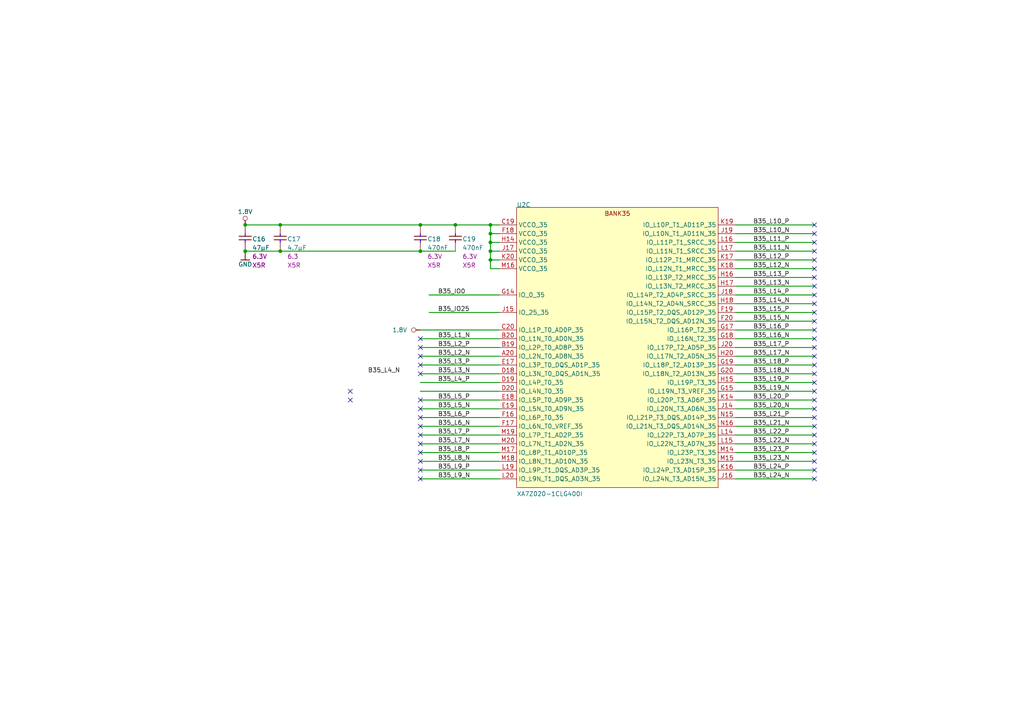
<source format=kicad_sch>
(kicad_sch (version 20230121) (generator eeschema)
  (paper "A4")
  (title_block (title "ZoM Mod A - FPGA Bank 35") (date "12/16/2014") (rev "01"))
  (lib_symbols
    (symbol "TE0719-altium-import:1.8V" (power)
      (property "Reference" "#PWR" (at 0 0 0))
      (property "Value" "1.8V" (at 0 3.81 0))
      (symbol "1.8V_0_0"
        (circle (center 0 -1.905) (radius 0.635) (stroke (width 0.127)))
        (polyline (pts (xy 0 0) (xy 0 -1.27)) (stroke (width 0.254)))
        (pin power_in line (at 0 0 0) (length 0) hide (name "1.8V") (number ""))
      )
    )
    (symbol "TE0719-altium-import:B35_0_CAP-NP"
      (symbol "B35_0_CAP-NP_1_0"
        (polyline (pts (xy -1.778 -4.318) (xy 1.778 -4.318)) (stroke (width 0.254)))
        (polyline (pts (xy -1.778 -3.302) (xy 1.778 -3.302)) (stroke (width 0.254)))
        (polyline (pts (xy 0 -5.08) (xy 0 -4.318)) (stroke (width 0.254) (color 0 0 255 1)))
        (polyline (pts (xy 0 -2.54) (xy 0 -3.302)) (stroke (width 0.254) (color 0 0 255 1)))
        (pin passive line (at 0 0 270) (length 2.54) (name "1") (number "1"))
        (pin passive line (at 0 -7.62 90) (length 2.54) (name "2") (number "2"))
      )
    )
    (symbol "TE0719-altium-import:B35_0_XC7Z020-2CLG400C"
      (symbol "B35_0_XC7Z020-2CLG400C_1_0"
        (rectangle (start 30.48 0) (end 0 -81.28) (fill (type background)))
        (text "BANK13" (at 20.32 -2.54 0) (effects (font (size 1.27 1.27)) (justify right bottom)))
        (pin bidirectional line (at -5.08 -60.96 0) (length 5.08) (name "IO_L19P_T3_13") (number "T5"))
        (pin power_in line (at -5.08 -5.08 0) (length 5.08) (name "VCCO_13") (number "T8"))
        (pin bidirectional line (at -5.08 -25.4 0) (length 5.08) (name "IO_L12P_T1_MRCC_13") (number "T9"))
        (pin bidirectional line (at -5.08 -27.94 0) (length 5.08) (name "IO_L12N_T1_MRCC_13") (number "U10"))
        (pin power_in line (at -5.08 -7.62 0) (length 5.08) (name "VCCO_13") (number "U11"))
        (pin bidirectional line (at -5.08 -63.5 0) (length 5.08) (name "IO_L19N_T3_VREF_13") (number "U5"))
        (pin bidirectional line (at -5.08 -20.32 0) (length 5.08) (name "IO_L11P_T1_SRCC_13") (number "U7"))
        (pin bidirectional line (at -5.08 -53.34 0) (length 5.08) (name "IO_L17N_T2_13") (number "U8"))
        (pin bidirectional line (at -5.08 -50.8 0) (length 5.08) (name "IO_L17P_T2_13") (number "U9"))
        (pin bidirectional line (at -5.08 -73.66 0) (length 5.08) (name "IO_L21N_T3_DQS_13") (number "V10"))
        (pin bidirectional line (at -5.08 -71.12 0) (length 5.08) (name "IO_L21P_T3_DQS_13") (number "V11"))
        (pin bidirectional line (at -5.08 -17.78 0) (length 5.08) (name "IO_L6N_T0_VREF_13") (number "V5"))
        (pin bidirectional line (at -5.08 -76.2 0) (length 5.08) (name "IO_L22P_T3_13") (number "V6"))
        (pin bidirectional line (at -5.08 -22.86 0) (length 5.08) (name "IO_L11N_T1_SRCC_13") (number "V7"))
        (pin bidirectional line (at -5.08 -40.64 0) (length 5.08) (name "IO_L15P_T2_DQS_13") (number "V8"))
        (pin bidirectional line (at -5.08 -45.72 0) (length 5.08) (name "IO_L16P_T2_13") (number "W10"))
        (pin bidirectional line (at -5.08 -55.88 0) (length 5.08) (name "IO_L18P_T2_13") (number "W11"))
        (pin bidirectional line (at -5.08 -78.74 0) (length 5.08) (name "IO_L22N_T3_13") (number "W6"))
        (pin power_in line (at -5.08 -10.16 0) (length 5.08) (name "VCCO_13") (number "W7"))
        (pin bidirectional line (at -5.08 -43.18 0) (length 5.08) (name "IO_L15N_T2_DQS_13") (number "W8"))
        (pin bidirectional line (at -5.08 -48.26 0) (length 5.08) (name "IO_L16N_T2_13") (number "W9"))
        (pin power_in line (at -5.08 -12.7 0) (length 5.08) (name "VCCO_13") (number "Y10"))
        (pin bidirectional line (at -5.08 -58.42 0) (length 5.08) (name "IO_L18N_T2_13") (number "Y11"))
        (pin bidirectional line (at -5.08 -66.04 0) (length 5.08) (name "IO_L20P_T3_13") (number "Y12"))
        (pin bidirectional line (at -5.08 -68.58 0) (length 5.08) (name "IO_L20N_T3_13") (number "Y13"))
        (pin bidirectional line (at -5.08 -33.02 0) (length 5.08) (name "IO_L13N_T2_MRCC_13") (number "Y6"))
        (pin bidirectional line (at -5.08 -30.48 0) (length 5.08) (name "IO_L13P_T2_MRCC_13") (number "Y7"))
        (pin bidirectional line (at -5.08 -38.1 0) (length 5.08) (name "IO_L14N_T2_SRCC_13") (number "Y8"))
        (pin bidirectional line (at -5.08 -35.56 0) (length 5.08) (name "IO_L14P_T2_SRCC_13") (number "Y9"))
      )
      (symbol "B35_0_XC7Z020-2CLG400C_2_0"
        (rectangle (start 58.42 0) (end 0 -81.28) (fill (type background)))
        (text "BANK34" (at 33.02 -2.54 0) (effects (font (size 1.27 1.27)) (justify right bottom)))
        (pin bidirectional line (at 63.5 -71.12 180) (length 5.08) (name "IO_L23P_T3_34") (number "N17"))
        (pin bidirectional line (at 63.5 -20.32 180) (length 5.08) (name "IO_L13P_T2_MRCC_34") (number "N18"))
        (pin power_in line (at -5.08 -5.08 0) (length 5.08) (name "VCCO_34") (number "N19"))
        (pin bidirectional line (at 63.5 -25.4 180) (length 5.08) (name "IO_L14P_T2_SRCC_34") (number "N20"))
        (pin bidirectional line (at -5.08 -60.96 0) (length 5.08) (name "IO_L6P_T0_34") (number "P14"))
        (pin bidirectional line (at 63.5 -76.2 180) (length 5.08) (name "IO_L24P_T3_34") (number "P15"))
        (pin bidirectional line (at 63.5 -78.74 180) (length 5.08) (name "IO_L24N_T3_34") (number "P16"))
        (pin bidirectional line (at 63.5 -73.66 180) (length 5.08) (name "IO_L23N_T3_34") (number "P18"))
        (pin bidirectional line (at 63.5 -22.86 180) (length 5.08) (name "IO_L13N_T2_MRCC_34") (number "P19"))
        (pin bidirectional line (at 63.5 -27.94 180) (length 5.08) (name "IO_L14N_T2_SRCC_34") (number "P20"))
        (pin bidirectional line (at -5.08 -63.5 0) (length 5.08) (name "IO_L6N_T0_VREF_34") (number "R14"))
        (pin power_in line (at -5.08 -7.62 0) (length 5.08) (name "VCCO_34") (number "R15"))
        (pin bidirectional line (at 63.5 -50.8 180) (length 5.08) (name "IO_L19P_T3_34") (number "R16"))
        (pin bidirectional line (at 63.5 -53.34 180) (length 5.08) (name "IO_L19N_T3_VREF_34") (number "R17"))
        (pin bidirectional line (at 63.5 -58.42 180) (length 5.08) (name "IO_L20N_T3_34") (number "R18"))
        (pin bidirectional line (at -5.08 -25.4 0) (length 5.08) (name "IO_0_34") (number "R19"))
        (pin bidirectional line (at -5.08 -38.1 0) (length 5.08) (name "IO_L1N_T0_34") (number "T10"))
        (pin bidirectional line (at -5.08 -35.56 0) (length 5.08) (name "IO_L1P_T0_34") (number "T11"))
        (pin bidirectional line (at -5.08 -40.64 0) (length 5.08) (name "IO_L2P_T0_34") (number "T12"))
        (pin bidirectional line (at -5.08 -55.88 0) (length 5.08) (name "IO_L5P_T0_34") (number "T14"))
        (pin bidirectional line (at -5.08 -58.42 0) (length 5.08) (name "IO_L5N_T0_34") (number "T15"))
        (pin bidirectional line (at -5.08 -76.2 0) (length 5.08) (name "IO_L9P_T1_DQS_34") (number "T16"))
        (pin bidirectional line (at 63.5 -55.88 180) (length 5.08) (name "IO_L20P_T3_34") (number "T17"))
        (pin power_in line (at -5.08 -10.16 0) (length 5.08) (name "VCCO_34") (number "T18"))
        (pin bidirectional line (at -5.08 -30.48 0) (length 5.08) (name "IO_25_34") (number "T19"))
        (pin bidirectional line (at 63.5 -30.48 180) (length 5.08) (name "IO_L15P_T2_DQS_34") (number "T20"))
        (pin bidirectional line (at -5.08 -43.18 0) (length 5.08) (name "IO_L2N_T0_34") (number "U12"))
        (pin bidirectional line (at -5.08 -45.72 0) (length 5.08) (name "IO_L3P_T0_DQS_PUDC_B_34") (number "U13"))
        (pin bidirectional line (at 63.5 -10.16 180) (length 5.08) (name "IO_L11P_T1_SRCC_34") (number "U14"))
        (pin bidirectional line (at 63.5 -12.7 180) (length 5.08) (name "IO_L11N_T1_SRCC_34") (number "U15"))
        (pin bidirectional line (at -5.08 -78.74 0) (length 5.08) (name "IO_L9N_T1_DQS_34") (number "U17"))
        (pin bidirectional line (at 63.5 -15.24 180) (length 5.08) (name "IO_L12P_T1_MRCC_34") (number "U18"))
        (pin bidirectional line (at 63.5 -17.78 180) (length 5.08) (name "IO_L12N_T1_MRCC_34") (number "U19"))
        (pin bidirectional line (at 63.5 -33.02 180) (length 5.08) (name "IO_L15N_T2_DQS_34") (number "U20"))
        (pin bidirectional line (at -5.08 -50.8 0) (length 5.08) (name "IO_L4P_T0_34") (number "V12"))
        (pin bidirectional line (at -5.08 -48.26 0) (length 5.08) (name "IO_L3N_T0_DQS_34") (number "V13"))
        (pin power_in line (at -5.08 -12.7 0) (length 5.08) (name "VCCO_34") (number "V14"))
        (pin bidirectional line (at 63.5 -5.08 180) (length 5.08) (name "IO_L10P_T1_34") (number "V15"))
        (pin bidirectional line (at 63.5 -45.72 180) (length 5.08) (name "IO_L18P_T2_34") (number "V16"))
        (pin bidirectional line (at 63.5 -60.96 180) (length 5.08) (name "IO_L21P_T3_DQS_34") (number "V17"))
        (pin bidirectional line (at 63.5 -63.5 180) (length 5.08) (name "IO_L21N_T3_DQS_34") (number "V18"))
        (pin bidirectional line (at 63.5 -35.56 180) (length 5.08) (name "IO_L16P_T2_34") (number "V20"))
        (pin bidirectional line (at -5.08 -53.34 0) (length 5.08) (name "IO_L4N_T0_34") (number "W13"))
        (pin bidirectional line (at -5.08 -71.12 0) (length 5.08) (name "IO_L8P_T1_34") (number "W14"))
        (pin bidirectional line (at 63.5 -7.62 180) (length 5.08) (name "IO_L10N_T1_34") (number "W15"))
        (pin bidirectional line (at 63.5 -48.26 180) (length 5.08) (name "IO_L18N_T2_34") (number "W16"))
        (pin power_in line (at -5.08 -15.24 0) (length 5.08) (name "VCCO_34") (number "W17"))
        (pin bidirectional line (at 63.5 -66.04 180) (length 5.08) (name "IO_L22P_T3_34") (number "W18"))
        (pin bidirectional line (at 63.5 -68.58 180) (length 5.08) (name "IO_L22N_T3_34") (number "W19"))
        (pin bidirectional line (at 63.5 -38.1 180) (length 5.08) (name "IO_L16N_T2_34") (number "W20"))
        (pin bidirectional line (at -5.08 -73.66 0) (length 5.08) (name "IO_L8N_T1_34") (number "Y14"))
        (pin bidirectional line (at -5.08 -66.04 0) (length 5.08) (name "IO_L7P_T1_34") (number "Y16"))
        (pin bidirectional line (at -5.08 -68.58 0) (length 5.08) (name "IO_L7N_T1_34") (number "Y17"))
        (pin bidirectional line (at 63.5 -40.64 180) (length 5.08) (name "IO_L17P_T2_34") (number "Y18"))
        (pin bidirectional line (at 63.5 -43.18 180) (length 5.08) (name "IO_L17N_T2_34") (number "Y19"))
        (pin power_in line (at -5.08 -17.78 0) (length 5.08) (name "VCCO_34") (number "Y20"))
      )
      (symbol "B35_0_XC7Z020-2CLG400C_3_0"
        (rectangle (start 58.42 0) (end 0 -81.28) (fill (type background)))
        (text "BANK35" (at 33.02 -2.54 0) (effects (font (size 1.27 1.27)) (justify right bottom)))
        (pin bidirectional line (at -5.08 -43.18 0) (length 5.08) (name "IO_L2N_T0_AD8N_35") (number "A20"))
        (pin bidirectional line (at -5.08 -40.64 0) (length 5.08) (name "IO_L2P_T0_AD8P_35") (number "B19"))
        (pin bidirectional line (at -5.08 -38.1 0) (length 5.08) (name "IO_L1N_T0_AD0N_35") (number "B20"))
        (pin power_in line (at -5.08 -5.08 0) (length 5.08) (name "VCCO_35") (number "C19"))
        (pin bidirectional line (at -5.08 -35.56 0) (length 5.08) (name "IO_L1P_T0_AD0P_35") (number "C20"))
        (pin bidirectional line (at -5.08 -48.26 0) (length 5.08) (name "IO_L3N_T0_DQS_AD1N_35") (number "D18"))
        (pin bidirectional line (at -5.08 -50.8 0) (length 5.08) (name "IO_L4P_T0_35") (number "D19"))
        (pin bidirectional line (at -5.08 -53.34 0) (length 5.08) (name "IO_L4N_T0_35") (number "D20"))
        (pin bidirectional line (at -5.08 -45.72 0) (length 5.08) (name "IO_L3P_T0_DQS_AD1P_35") (number "E17"))
        (pin bidirectional line (at -5.08 -55.88 0) (length 5.08) (name "IO_L5P_T0_AD9P_35") (number "E18"))
        (pin bidirectional line (at -5.08 -58.42 0) (length 5.08) (name "IO_L5N_T0_AD9N_35") (number "E19"))
        (pin bidirectional line (at -5.08 -60.96 0) (length 5.08) (name "IO_L6P_T0_35") (number "F16"))
        (pin bidirectional line (at -5.08 -63.5 0) (length 5.08) (name "IO_L6N_T0_VREF_35") (number "F17"))
        (pin power_in line (at -5.08 -7.62 0) (length 5.08) (name "VCCO_35") (number "F18"))
        (pin bidirectional line (at 63.5 -30.48 180) (length 5.08) (name "IO_L15P_T2_DQS_AD12P_35") (number "F19"))
        (pin bidirectional line (at 63.5 -33.02 180) (length 5.08) (name "IO_L15N_T2_DQS_AD12N_35") (number "F20"))
        (pin bidirectional line (at -5.08 -25.4 0) (length 5.08) (name "IO_0_35") (number "G14"))
        (pin bidirectional line (at 63.5 -53.34 180) (length 5.08) (name "IO_L19N_T3_VREF_35") (number "G15"))
        (pin bidirectional line (at 63.5 -35.56 180) (length 5.08) (name "IO_L16P_T2_35") (number "G17"))
        (pin bidirectional line (at 63.5 -38.1 180) (length 5.08) (name "IO_L16N_T2_35") (number "G18"))
        (pin bidirectional line (at 63.5 -45.72 180) (length 5.08) (name "IO_L18P_T2_AD13P_35") (number "G19"))
        (pin bidirectional line (at 63.5 -48.26 180) (length 5.08) (name "IO_L18N_T2_AD13N_35") (number "G20"))
        (pin power_in line (at -5.08 -10.16 0) (length 5.08) (name "VCCO_35") (number "H14"))
        (pin bidirectional line (at 63.5 -50.8 180) (length 5.08) (name "IO_L19P_T3_35") (number "H15"))
        (pin bidirectional line (at 63.5 -20.32 180) (length 5.08) (name "IO_L13P_T2_MRCC_35") (number "H16"))
        (pin bidirectional line (at 63.5 -22.86 180) (length 5.08) (name "IO_L13N_T2_MRCC_35") (number "H17"))
        (pin bidirectional line (at 63.5 -27.94 180) (length 5.08) (name "IO_L14N_T2_AD4N_SRCC_35") (number "H18"))
        (pin bidirectional line (at 63.5 -43.18 180) (length 5.08) (name "IO_L17N_T2_AD5N_35") (number "H20"))
        (pin bidirectional line (at 63.5 -58.42 180) (length 5.08) (name "IO_L20N_T3_AD6N_35") (number "J14"))
        (pin bidirectional line (at -5.08 -30.48 0) (length 5.08) (name "IO_25_35") (number "J15"))
        (pin bidirectional line (at 63.5 -78.74 180) (length 5.08) (name "IO_L24N_T3_AD15N_35") (number "J16"))
        (pin power_in line (at -5.08 -12.7 0) (length 5.08) (name "VCCO_35") (number "J17"))
        (pin bidirectional line (at 63.5 -25.4 180) (length 5.08) (name "IO_L14P_T2_AD4P_SRCC_35") (number "J18"))
        (pin bidirectional line (at 63.5 -7.62 180) (length 5.08) (name "IO_L10N_T1_AD11N_35") (number "J19"))
        (pin bidirectional line (at 63.5 -40.64 180) (length 5.08) (name "IO_L17P_T2_AD5P_35") (number "J20"))
        (pin bidirectional line (at 63.5 -55.88 180) (length 5.08) (name "IO_L20P_T3_AD6P_35") (number "K14"))
        (pin bidirectional line (at 63.5 -76.2 180) (length 5.08) (name "IO_L24P_T3_AD15P_35") (number "K16"))
        (pin bidirectional line (at 63.5 -15.24 180) (length 5.08) (name "IO_L12P_T1_MRCC_35") (number "K17"))
        (pin bidirectional line (at 63.5 -17.78 180) (length 5.08) (name "IO_L12N_T1_MRCC_35") (number "K18"))
        (pin bidirectional line (at 63.5 -5.08 180) (length 5.08) (name "IO_L10P_T1_AD11P_35") (number "K19"))
        (pin power_in line (at -5.08 -15.24 0) (length 5.08) (name "VCCO_35") (number "K20"))
        (pin bidirectional line (at 63.5 -66.04 180) (length 5.08) (name "IO_L22P_T3_AD7P_35") (number "L14"))
        (pin bidirectional line (at 63.5 -68.58 180) (length 5.08) (name "IO_L22N_T3_AD7N_35") (number "L15"))
        (pin bidirectional line (at 63.5 -10.16 180) (length 5.08) (name "IO_L11P_T1_SRCC_35") (number "L16"))
        (pin bidirectional line (at 63.5 -12.7 180) (length 5.08) (name "IO_L11N_T1_SRCC_35") (number "L17"))
        (pin bidirectional line (at -5.08 -76.2 0) (length 5.08) (name "IO_L9P_T1_DQS_AD3P_35") (number "L19"))
        (pin bidirectional line (at -5.08 -78.74 0) (length 5.08) (name "IO_L9N_T1_DQS_AD3N_35") (number "L20"))
        (pin bidirectional line (at 63.5 -71.12 180) (length 5.08) (name "IO_L23P_T3_35") (number "M14"))
        (pin bidirectional line (at 63.5 -73.66 180) (length 5.08) (name "IO_L23N_T3_35") (number "M15"))
        (pin power_in line (at -5.08 -17.78 0) (length 5.08) (name "VCCO_35") (number "M16"))
        (pin bidirectional line (at -5.08 -71.12 0) (length 5.08) (name "IO_L8P_T1_AD10P_35") (number "M17"))
        (pin bidirectional line (at -5.08 -73.66 0) (length 5.08) (name "IO_L8N_T1_AD10N_35") (number "M18"))
        (pin bidirectional line (at -5.08 -66.04 0) (length 5.08) (name "IO_L7P_T1_AD2P_35") (number "M19"))
        (pin bidirectional line (at -5.08 -68.58 0) (length 5.08) (name "IO_L7N_T1_AD2N_35") (number "M20"))
        (pin bidirectional line (at 63.5 -60.96 180) (length 5.08) (name "IO_L21P_T3_DQS_AD14P_35") (number "N15"))
        (pin bidirectional line (at 63.5 -63.5 180) (length 5.08) (name "IO_L21N_T3_DQS_AD14N_35") (number "N16"))
      )
      (symbol "B35_0_XC7Z020-2CLG400C_4_0"
        (rectangle (start 45.72 0) (end 0 -35.56) (fill (type background)))
        (text "BANK500" (at 27.94 -2.54 0) (effects (font (size 1.27 1.27)) (justify right bottom)))
        (pin bidirectional line (at 50.8 -10.16 180) (length 5.08) (name "PS_MIO6_500") (number "A5"))
        (pin bidirectional line (at 50.8 -7.62 180) (length 5.08) (name "PS_MIO5_500") (number "A6"))
        (pin bidirectional line (at -5.08 -27.94 0) (length 5.08) (name "PS_MIO1_500") (number "A7"))
        (pin bidirectional line (at 50.8 -17.78 180) (length 5.08) (name "PS_MIO9_500") (number "B5"))
        (pin power_in line (at -5.08 -5.08 0) (length 5.08) (name "VCCO_MIO0_500") (number "B6"))
        (pin bidirectional line (at 50.8 -5.08 180) (length 5.08) (name "PS_MIO4_500") (number "B7"))
        (pin bidirectional line (at -5.08 -30.48 0) (length 5.08) (name "PS_MIO2_500") (number "B8"))
        (pin bidirectional line (at 50.8 -30.48 180) (length 5.08) (name "PS_MIO14_500") (number "C5"))
        (pin bidirectional line (at 50.8 -22.86 180) (length 5.08) (name "PS_MIO11_500") (number "C6"))
        (pin input line (at -5.08 -17.78 0) (length 5.08) (name "PS_POR_B_500") (number "C7"))
        (pin bidirectional line (at 50.8 -33.02 180) (length 5.08) (name "PS_MIO15_500") (number "C8"))
        (pin bidirectional line (at 50.8 -15.24 180) (length 5.08) (name "PS_MIO8_500") (number "D5"))
        (pin bidirectional line (at -5.08 -33.02 0) (length 5.08) (name "PS_MIO3_500") (number "D6"))
        (pin power_in line (at -5.08 -7.62 0) (length 5.08) (name "VCCO_MIO0_500") (number "D7"))
        (pin bidirectional line (at 50.8 -12.7 180) (length 5.08) (name "PS_MIO7_500") (number "D8"))
        (pin bidirectional line (at 50.8 -25.4 180) (length 5.08) (name "PS_MIO12_500") (number "D9"))
        (pin bidirectional line (at -5.08 -25.4 0) (length 5.08) (name "PS_MIO0_500") (number "E6"))
        (pin input line (at -5.08 -12.7 0) (length 5.08) (name "PS_CLK_500") (number "E7"))
        (pin bidirectional line (at 50.8 -27.94 180) (length 5.08) (name "PS_MIO13_500") (number "E8"))
        (pin bidirectional line (at 50.8 -20.32 180) (length 5.08) (name "PS_MIO10_500") (number "E9"))
      )
      (symbol "B35_0_XC7Z020-2CLG400C_5_0"
        (rectangle (start 50.8 0) (end 0 -66.04) (fill (type background)))
        (text "BANK501" (at 30.48 -2.54 0) (effects (font (size 1.27 1.27)) (justify right bottom)))
        (pin bidirectional line (at 55.88 -22.86 180) (length 5.08) (name "PS_MIO37_501") (number "A10"))
        (pin bidirectional line (at 55.88 -20.32 180) (length 5.08) (name "PS_MIO36_501") (number "A11"))
        (pin bidirectional line (at 55.88 -15.24 180) (length 5.08) (name "PS_MIO34_501") (number "A12"))
        (pin power_in line (at -5.08 -5.08 0) (length 5.08) (name "VCCO_MIO1_501") (number "A13"))
        (pin bidirectional line (at 55.88 -10.16 180) (length 5.08) (name "PS_MIO32_501") (number "A14"))
        (pin bidirectional line (at -5.08 -55.88 0) (length 5.08) (name "PS_MIO26_501") (number "A15"))
        (pin bidirectional line (at -5.08 -50.8 0) (length 5.08) (name "PS_MIO24_501") (number "A16"))
        (pin bidirectional line (at -5.08 -40.64 0) (length 5.08) (name "PS_MIO20_501") (number "A17"))
        (pin bidirectional line (at -5.08 -30.48 0) (length 5.08) (name "PS_MIO16_501") (number "A19"))
        (pin bidirectional line (at 55.88 -38.1 180) (length 5.08) (name "PS_MIO43_501") (number "A9"))
        (pin passive line (at -5.08 -22.86 0) (length 5.08) (name "PS_SRST_B_501") (number "B10"))
        (pin bidirectional line (at 55.88 -50.8 180) (length 5.08) (name "PS_MIO48_501") (number "B12"))
        (pin bidirectional line (at 55.88 -55.88 180) (length 5.08) (name "PS_MIO50_501") (number "B13"))
        (pin bidirectional line (at 55.88 -48.26 180) (length 5.08) (name "PS_MIO47_501") (number "B14"))
        (pin bidirectional line (at 55.88 -43.18 180) (length 5.08) (name "PS_MIO45_501") (number "B15"))
        (pin power_in line (at -5.08 -7.62 0) (length 5.08) (name "VCCO_MIO1_501") (number "B16"))
        (pin bidirectional line (at -5.08 -45.72 0) (length 5.08) (name "PS_MIO22_501") (number "B17"))
        (pin bidirectional line (at -5.08 -35.56 0) (length 5.08) (name "PS_MIO18_501") (number "B18"))
        (pin bidirectional line (at 55.88 -58.42 180) (length 5.08) (name "PS_MIO51_501") (number "B9"))
        (pin bidirectional line (at 55.88 -60.96 180) (length 5.08) (name "PS_MIO52_501") (number "C10"))
        (pin bidirectional line (at 55.88 -63.5 180) (length 5.08) (name "PS_MIO53_501") (number "C11"))
        (pin bidirectional line (at 55.88 -53.34 180) (length 5.08) (name "PS_MIO49_501") (number "C12"))
        (pin bidirectional line (at -5.08 -63.5 0) (length 5.08) (name "PS_MIO29_501") (number "C13"))
        (pin bidirectional line (at 55.88 -5.08 180) (length 5.08) (name "PS_MIO30_501") (number "C15"))
        (pin bidirectional line (at -5.08 -60.96 0) (length 5.08) (name "PS_MIO28_501") (number "C16"))
        (pin bidirectional line (at 55.88 -33.02 180) (length 5.08) (name "PS_MIO41_501") (number "C17"))
        (pin bidirectional line (at 55.88 -27.94 180) (length 5.08) (name "PS_MIO39_501") (number "C18"))
        (pin bidirectional line (at -5.08 -38.1 0) (length 5.08) (name "PS_MIO19_501") (number "D10"))
        (pin bidirectional line (at -5.08 -48.26 0) (length 5.08) (name "PS_MIO23_501") (number "D11"))
        (pin power_in line (at -5.08 -10.16 0) (length 5.08) (name "VCCO_MIO1_501") (number "D12"))
        (pin bidirectional line (at -5.08 -58.42 0) (length 5.08) (name "PS_MIO27_501") (number "D13"))
        (pin bidirectional line (at 55.88 -30.48 180) (length 5.08) (name "PS_MIO40_501") (number "D14"))
        (pin bidirectional line (at 55.88 -12.7 180) (length 5.08) (name "PS_MIO33_501") (number "D15"))
        (pin bidirectional line (at 55.88 -45.72 180) (length 5.08) (name "PS_MIO46_501") (number "D16"))
        (pin bidirectional line (at -5.08 -17.78 0) (length 5.08) (name "PS_MIO_VREF_501") (number "E11"))
        (pin bidirectional line (at 55.88 -35.56 180) (length 5.08) (name "PS_MIO42_501") (number "E12"))
        (pin bidirectional line (at 55.88 -25.4 180) (length 5.08) (name "PS_MIO38_501") (number "E13"))
        (pin bidirectional line (at -5.08 -33.02 0) (length 5.08) (name "PS_MIO17_501") (number "E14"))
        (pin power_in line (at -5.08 -12.7 0) (length 5.08) (name "VCCO_MIO1_501") (number "E15"))
        (pin bidirectional line (at 55.88 -7.62 180) (length 5.08) (name "PS_MIO31_501") (number "E16"))
        (pin bidirectional line (at 55.88 -17.78 180) (length 5.08) (name "PS_MIO35_501") (number "F12"))
        (pin bidirectional line (at 55.88 -40.64 180) (length 5.08) (name "PS_MIO44_501") (number "F13"))
        (pin bidirectional line (at -5.08 -43.18 0) (length 5.08) (name "PS_MIO21_501") (number "F14"))
        (pin bidirectional line (at -5.08 -53.34 0) (length 5.08) (name "PS_MIO25_501") (number "F15"))
      )
      (symbol "B35_0_XC7Z020-2CLG400C_6_0"
        (rectangle (start 50.8 0) (end 0 -149.86) (fill (type background)))
        (text "BANK502" (at 33.02 -2.54 0) (effects (font (size 1.27 1.27)) (justify right bottom)))
        (pin output line (at 55.88 -55.88 180) (length 5.08) (name "PS_DDR_DM0_502") (number "A1"))
        (pin bidirectional line (at -5.08 -43.18 0) (length 5.08) (name "PS_DDR_DQ2_502") (number "A2"))
        (pin power_in line (at -5.08 -2.54 0) (length 5.08) (name "VCCO_DDR_502") (number "A3"))
        (pin bidirectional line (at -5.08 -45.72 0) (length 5.08) (name "PS_DDR_DQ3_502") (number "A4"))
        (pin bidirectional line (at -5.08 -124.46 0) (length 5.08) (name "PS_DDR_DQS_N0_502") (number "B2"))
        (pin bidirectional line (at -5.08 -40.64 0) (length 5.08) (name "PS_DDR_DQ1_502") (number "B3"))
        (pin output line (at 55.88 -116.84 180) (length 5.08) (name "PS_DDR_DRST_B_502") (number "B4"))
        (pin bidirectional line (at -5.08 -53.34 0) (length 5.08) (name "PS_DDR_DQ6_502") (number "C1"))
        (pin bidirectional line (at -5.08 -121.92 0) (length 5.08) (name "PS_DDR_DQS_P0_502") (number "C2"))
        (pin bidirectional line (at -5.08 -38.1 0) (length 5.08) (name "PS_DDR_DQ0_502") (number "C3"))
        (pin bidirectional line (at -5.08 -50.8 0) (length 5.08) (name "PS_DDR_DQ5_502") (number "D1"))
        (pin power_in line (at -5.08 -5.08 0) (length 5.08) (name "VCCO_DDR_502") (number "D2"))
        (pin bidirectional line (at -5.08 -48.26 0) (length 5.08) (name "PS_DDR_DQ4_502") (number "D3"))
        (pin output line (at 55.88 -38.1 180) (length 5.08) (name "PS_DDR_A13_502") (number "D4"))
        (pin bidirectional line (at -5.08 -55.88 0) (length 5.08) (name "PS_DDR_DQ7_502") (number "E1"))
        (pin bidirectional line (at -5.08 -58.42 0) (length 5.08) (name "PS_DDR_DQ8_502") (number "E2"))
        (pin bidirectional line (at -5.08 -60.96 0) (length 5.08) (name "PS_DDR_DQ9_502") (number "E3"))
        (pin output line (at 55.88 -35.56 180) (length 5.08) (name "PS_DDR_A12_502") (number "E4"))
        (pin power_in line (at -5.08 -7.62 0) (length 5.08) (name "VCCO_DDR_502") (number "E5"))
        (pin output line (at 55.88 -58.42 180) (length 5.08) (name "PS_DDR_DM1_502") (number "F1"))
        (pin bidirectional line (at -5.08 -132.08 0) (length 5.08) (name "PS_DDR_DQS_N1_502") (number "F2"))
        (pin output line (at 55.88 -40.64 180) (length 5.08) (name "PS_DDR_A14_502") (number "F4"))
        (pin output line (at 55.88 -30.48 180) (length 5.08) (name "PS_DDR_A10_502") (number "F5"))
        (pin power_in line (at -5.08 -10.16 0) (length 5.08) (name "VCCO_DDR_502") (number "G1"))
        (pin bidirectional line (at -5.08 -129.54 0) (length 5.08) (name "PS_DDR_DQS_P1_502") (number "G2"))
        (pin bidirectional line (at -5.08 -63.5 0) (length 5.08) (name "PS_DDR_DQ10_502") (number "G3"))
        (pin output line (at 55.88 -33.02 180) (length 5.08) (name "PS_DDR_A11_502") (number "G4"))
        (pin output line (at 55.88 -78.74 180) (length 5.08) (name "PS_DDR_VRN_502") (number "G5"))
        (pin bidirectional line (at -5.08 -73.66 0) (length 5.08) (name "PS_DDR_DQ14_502") (number "H1"))
        (pin bidirectional line (at -5.08 -71.12 0) (length 5.08) (name "PS_DDR_DQ13_502") (number "H2"))
        (pin bidirectional line (at -5.08 -66.04 0) (length 5.08) (name "PS_DDR_DQ11_502") (number "H3"))
        (pin power_in line (at -5.08 -12.7 0) (length 5.08) (name "VCCO_DDR_502") (number "H4"))
        (pin output line (at 55.88 -76.2 180) (length 5.08) (name "PS_DDR_VRP_502") (number "H5"))
        (pin power_in line (at -5.08 -30.48 0) (length 5.08) (name "PS_DDR_VREF0_502") (number "H6"))
        (pin bidirectional line (at -5.08 -76.2 0) (length 5.08) (name "PS_DDR_DQ15_502") (number "J1"))
        (pin bidirectional line (at -5.08 -68.58 0) (length 5.08) (name "PS_DDR_DQ12_502") (number "J3"))
        (pin output line (at 55.88 -27.94 180) (length 5.08) (name "PS_DDR_A9_502") (number "J4"))
        (pin output line (at 55.88 -50.8 180) (length 5.08) (name "PS_DDR_BA2_502") (number "J5"))
        (pin output line (at 55.88 -25.4 180) (length 5.08) (name "PS_DDR_A8_502") (number "K1"))
        (pin output line (at 55.88 -7.62 180) (length 5.08) (name "PS_DDR_A1_502") (number "K2"))
        (pin output line (at 55.88 -12.7 180) (length 5.08) (name "PS_DDR_A3_502") (number "K3"))
        (pin output line (at 55.88 -22.86 180) (length 5.08) (name "PS_DDR_A7_502") (number "K4"))
        (pin output line (at 55.88 -17.78 180) (length 5.08) (name "PS_DDR_A5_502") (number "L1"))
        (pin output line (at 55.88 -68.58 180) (length 5.08) (name "PS_DDR_CKP_502") (number "L2"))
        (pin power_in line (at -5.08 -15.24 0) (length 5.08) (name "VCCO_DDR_502") (number "L3"))
        (pin output line (at 55.88 -20.32 180) (length 5.08) (name "PS_DDR_A6_502") (number "L4"))
        (pin output line (at 55.88 -45.72 180) (length 5.08) (name "PS_DDR_BA0_502") (number "L5"))
        (pin output line (at 55.88 -71.12 180) (length 5.08) (name "PS_DDR_CKN_502") (number "M2"))
        (pin output line (at 55.88 -10.16 180) (length 5.08) (name "PS_DDR_A2_502") (number "M3"))
        (pin output line (at 55.88 -15.24 180) (length 5.08) (name "PS_DDR_A4_502") (number "M4"))
        (pin output line (at 55.88 -101.6 180) (length 5.08) (name "PS_DDR_WE_B_502") (number "M5"))
        (pin output line (at 55.88 -91.44 180) (length 5.08) (name "PS_DDR_CS_B_502") (number "N1"))
        (pin output line (at 55.88 -5.08 180) (length 5.08) (name "PS_DDR_A0_502") (number "N2"))
        (pin output line (at 55.88 -96.52 180) (length 5.08) (name "PS_DDR_CKE_502") (number "N3"))
        (pin output line (at 55.88 -86.36 180) (length 5.08) (name "PS_DDR_ODT_502") (number "N5"))
        (pin bidirectional line (at -5.08 -78.74 0) (length 5.08) (name "PS_DDR_DQ16_502") (number "P1"))
        (pin power_in line (at -5.08 -17.78 0) (length 5.08) (name "VCCO_DDR_502") (number "P2"))
        (pin bidirectional line (at -5.08 -81.28 0) (length 5.08) (name "PS_DDR_DQ17_502") (number "P3"))
        (pin output line (at 55.88 -111.76 180) (length 5.08) (name "PS_DDR_RAS_B_502") (number "P4"))
        (pin output line (at 55.88 -106.68 180) (length 5.08) (name "PS_DDR_CAS_B_502") (number "P5"))
        (pin power_in line (at -5.08 -33.02 0) (length 5.08) (name "PS_DDR_VREF1_502") (number "P6"))
        (pin bidirectional line (at -5.08 -86.36 0) (length 5.08) (name "PS_DDR_DQ19_502") (number "R1"))
        (pin bidirectional line (at -5.08 -137.16 0) (length 5.08) (name "PS_DDR_DQS_P2_502") (number "R2"))
        (pin bidirectional line (at -5.08 -83.82 0) (length 5.08) (name "PS_DDR_DQ18_502") (number "R3"))
        (pin output line (at 55.88 -48.26 180) (length 5.08) (name "PS_DDR_BA1_502") (number "R4"))
        (pin power_in line (at -5.08 -20.32 0) (length 5.08) (name "VCCO_DDR_502") (number "R5"))
        (pin output line (at 55.88 -60.96 180) (length 5.08) (name "PS_DDR_DM2_502") (number "T1"))
        (pin bidirectional line (at -5.08 -139.7 0) (length 5.08) (name "PS_DDR_DQS_N2_502") (number "T2"))
        (pin bidirectional line (at -5.08 -88.9 0) (length 5.08) (name "PS_DDR_DQ20_502") (number "T4"))
        (pin power_in line (at -5.08 -22.86 0) (length 5.08) (name "VCCO_DDR_502") (number "U1"))
        (pin bidirectional line (at -5.08 -93.98 0) (length 5.08) (name "PS_DDR_DQ22_502") (number "U2"))
        (pin bidirectional line (at -5.08 -96.52 0) (length 5.08) (name "PS_DDR_DQ23_502") (number "U3"))
        (pin bidirectional line (at -5.08 -91.44 0) (length 5.08) (name "PS_DDR_DQ21_502") (number "U4"))
        (pin bidirectional line (at -5.08 -99.06 0) (length 5.08) (name "PS_DDR_DQ24_502") (number "V1"))
        (pin bidirectional line (at -5.08 -114.3 0) (length 5.08) (name "PS_DDR_DQ30_502") (number "V2"))
        (pin bidirectional line (at -5.08 -116.84 0) (length 5.08) (name "PS_DDR_DQ31_502") (number "V3"))
        (pin power_in line (at -5.08 -25.4 0) (length 5.08) (name "VCCO_DDR_502") (number "V4"))
        (pin bidirectional line (at -5.08 -104.14 0) (length 5.08) (name "PS_DDR_DQ26_502") (number "W1"))
        (pin bidirectional line (at -5.08 -111.76 0) (length 5.08) (name "PS_DDR_DQ29_502") (number "W3"))
        (pin bidirectional line (at -5.08 -147.32 0) (length 5.08) (name "PS_DDR_DQS_N3_502") (number "W4"))
        (pin bidirectional line (at -5.08 -144.78 0) (length 5.08) (name "PS_DDR_DQS_P3_502") (number "W5"))
        (pin output line (at 55.88 -63.5 180) (length 5.08) (name "PS_DDR_DM3_502") (number "Y1"))
        (pin bidirectional line (at -5.08 -109.22 0) (length 5.08) (name "PS_DDR_DQ28_502") (number "Y2"))
        (pin bidirectional line (at -5.08 -101.6 0) (length 5.08) (name "PS_DDR_DQ25_502") (number "Y3"))
        (pin bidirectional line (at -5.08 -106.68 0) (length 5.08) (name "PS_DDR_DQ27_502") (number "Y4"))
      )
      (symbol "B35_0_XC7Z020-2CLG400C_7_0"
        (rectangle (start 35.56 0) (end 0 -60.96) (fill (type background)))
        (pin power_in line (at -5.08 -22.86 0) (length 5.08) (name "RSVDGND") (number "F10"))
        (pin power_in line (at -5.08 -7.62 0) (length 5.08) (name "VCCBATT_0") (number "F11"))
        (pin output line (at -5.08 -48.26 0) (length 5.08) (name "TDO_0") (number "F6"))
        (pin input line (at -5.08 -50.8 0) (length 5.08) (name "TCK_0") (number "F9"))
        (pin input line (at -5.08 -45.72 0) (length 5.08) (name "TDI_0") (number "G6"))
        (pin power_in line (at 40.64 -30.48 180) (length 5.08) (name "GNDADC_0") (number "J10"))
        (pin input line (at -5.08 -53.34 0) (length 5.08) (name "TMS_0") (number "J6"))
        (pin power_in line (at 40.64 -2.54 180) (length 5.08) (name "VCCADC_0") (number "J9"))
        (pin bidirectional line (at 40.64 -10.16 180) (length 5.08) (name "VREFN_0") (number "K10"))
        (pin power_in line (at -5.08 -2.54 0) (length 5.08) (name "VCCO_0") (number "K6"))
        (pin input line (at 40.64 -15.24 180) (length 5.08) (name "VP_0") (number "K9"))
        (pin input line (at 40.64 -17.78 180) (length 5.08) (name "VN_0") (number "L10"))
        (pin bidirectional line (at -5.08 -35.56 0) (length 5.08) (name "PROGRAM_B_0") (number "L6"))
        (pin bidirectional line (at 40.64 -7.62 180) (length 5.08) (name "VREFP_0") (number "L9"))
        (pin input line (at 40.64 -25.4 180) (length 5.08) (name "DXN_0") (number "M10"))
        (pin input line (at -5.08 -40.64 0) (length 5.08) (name "CFGBVS_0") (number "M6"))
        (pin input line (at 40.64 -22.86 180) (length 5.08) (name "DXP_0") (number "M9"))
        (pin power_in line (at -5.08 -17.78 0) (length 5.08) (name "RSVDVCC3") (number "N6"))
        (pin input line (at -5.08 -58.42 0) (length 5.08) (name "INIT_B_0") (number "R10"))
        (pin bidirectional line (at -5.08 -30.48 0) (length 5.08) (name "DONE_0") (number "R11"))
        (pin power_in line (at -5.08 -15.24 0) (length 5.08) (name "RSVDVCC2") (number "R6"))
        (pin power_in line (at -5.08 -12.7 0) (length 5.08) (name "RSVDVCC1") (number "T6"))
      )
      (symbol "B35_0_XC7Z020-2CLG400C_8_0"
        (rectangle (start 33.02 0) (end 0 -121.92) (fill (type background)))
        (pin power_in line (at -5.08 -43.18 0) (length 5.08) (name "GND") (number "A18"))
        (pin power_in line (at -5.08 -40.64 0) (length 5.08) (name "GND") (number "A8"))
        (pin power_in line (at -5.08 -45.72 0) (length 5.08) (name "GND") (number "B1"))
        (pin power_in line (at -5.08 -48.26 0) (length 5.08) (name "GND") (number "B11"))
        (pin power_in line (at -5.08 -53.34 0) (length 5.08) (name "GND") (number "C14"))
        (pin power_in line (at -5.08 -50.8 0) (length 5.08) (name "GND") (number "C4"))
        (pin power_in line (at -5.08 -104.14 0) (length 5.08) (name "GND") (number "C9"))
        (pin power_in line (at -5.08 -58.42 0) (length 5.08) (name "GND") (number "D17"))
        (pin power_in line (at -5.08 -60.96 0) (length 5.08) (name "GND") (number "E10"))
        (pin power_in line (at -5.08 -63.5 0) (length 5.08) (name "GND") (number "E20"))
        (pin power_in line (at -5.08 -66.04 0) (length 5.08) (name "GND") (number "F3"))
        (pin power_in line (at -5.08 -68.58 0) (length 5.08) (name "GND") (number "F7"))
        (pin power_in line (at -5.08 -27.94 0) (length 5.08) (name "VCCPAUX") (number "F8"))
        (pin power_in line (at -5.08 -71.12 0) (length 5.08) (name "GND") (number "G10"))
        (pin power_in line (at 38.1 -27.94 180) (length 5.08) (name "VCCBRAM") (number "G11"))
        (pin power_in line (at -5.08 -73.66 0) (length 5.08) (name "GND") (number "G12"))
        (pin power_in line (at 38.1 -2.54 180) (length 5.08) (name "VCCINT") (number "G13"))
        (pin power_in line (at -5.08 -76.2 0) (length 5.08) (name "GND") (number "G16"))
        (pin power_in line (at 38.1 -35.56 180) (length 5.08) (name "VCCPINT") (number "G7"))
        (pin power_in line (at -5.08 -20.32 0) (length 5.08) (name "VCCPLL") (number "G8"))
        (pin power_in line (at -5.08 -25.4 0) (length 5.08) (name "VCCPAUX") (number "G9"))
        (pin power_in line (at 38.1 -30.48 180) (length 5.08) (name "VCCBRAM") (number "H10"))
        (pin power_in line (at -5.08 -83.82 0) (length 5.08) (name "GND") (number "H11"))
        (pin power_in line (at 38.1 -5.08 180) (length 5.08) (name "VCCINT") (number "H12"))
        (pin power_in line (at -5.08 -86.36 0) (length 5.08) (name "GND") (number "H13"))
        (pin power_in line (at -5.08 -88.9 0) (length 5.08) (name "GND") (number "H19"))
        (pin power_in line (at -5.08 -78.74 0) (length 5.08) (name "GND") (number "H7"))
        (pin power_in line (at -5.08 -30.48 0) (length 5.08) (name "VCCPAUX") (number "H8"))
        (pin power_in line (at -5.08 -81.28 0) (length 5.08) (name "GND") (number "H9"))
        (pin power_in line (at -5.08 -2.54 0) (length 5.08) (name "VCCAUX") (number "J11"))
        (pin power_in line (at -5.08 -96.52 0) (length 5.08) (name "GND") (number "J12"))
        (pin power_in line (at 38.1 -7.62 180) (length 5.08) (name "VCCINT") (number "J13"))
        (pin power_in line (at -5.08 -91.44 0) (length 5.08) (name "GND") (number "J2"))
        (pin power_in line (at 38.1 -38.1 180) (length 5.08) (name "VCCPINT") (number "J7"))
        (pin power_in line (at -5.08 -93.98 0) (length 5.08) (name "GND") (number "J8"))
        (pin power_in line (at -5.08 -55.88 0) (length 5.08) (name "GND") (number "K11"))
        (pin power_in line (at 38.1 -10.16 180) (length 5.08) (name "VCCINT") (number "K12"))
        (pin power_in line (at -5.08 -106.68 0) (length 5.08) (name "GND") (number "K13"))
        (pin power_in line (at -5.08 -109.22 0) (length 5.08) (name "GND") (number "K15"))
        (pin power_in line (at -5.08 -99.06 0) (length 5.08) (name "GND") (number "K5"))
        (pin power_in line (at -5.08 -101.6 0) (length 5.08) (name "GND") (number "K7"))
        (pin power_in line (at -5.08 -33.02 0) (length 5.08) (name "VCCPAUX") (number "K8"))
        (pin power_in line (at -5.08 -5.08 0) (length 5.08) (name "VCCAUX") (number "L11"))
        (pin power_in line (at -5.08 -114.3 0) (length 5.08) (name "GND") (number "L12"))
        (pin power_in line (at 38.1 -12.7 180) (length 5.08) (name "VCCINT") (number "L13"))
        (pin power_in line (at -5.08 -116.84 0) (length 5.08) (name "GND") (number "L18"))
        (pin power_in line (at 38.1 -40.64 180) (length 5.08) (name "VCCPINT") (number "L7"))
        (pin power_in line (at -5.08 -111.76 0) (length 5.08) (name "GND") (number "L8"))
        (pin power_in line (at -5.08 -119.38 0) (length 5.08) (name "GND") (number "M1"))
        (pin power_in line (at 38.1 -55.88 180) (length 5.08) (name "GND") (number "M11"))
        (pin power_in line (at 38.1 -15.24 180) (length 5.08) (name "VCCINT") (number "M12"))
        (pin power_in line (at 38.1 -58.42 180) (length 5.08) (name "GND") (number "M13"))
        (pin power_in line (at 38.1 -53.34 180) (length 5.08) (name "GND") (number "M7"))
        (pin power_in line (at -5.08 -35.56 0) (length 5.08) (name "VCCPAUX") (number "M8"))
        (pin power_in line (at 38.1 -66.04 180) (length 5.08) (name "GND") (number "N10"))
        (pin power_in line (at -5.08 -15.24 0) (length 5.08) (name "VCCAUX") (number "N11"))
        (pin power_in line (at 38.1 -68.58 180) (length 5.08) (name "GND") (number "N12"))
        (pin power_in line (at 38.1 -17.78 180) (length 5.08) (name "VCCINT") (number "N13"))
        (pin power_in line (at 38.1 -71.12 180) (length 5.08) (name "GND") (number "N14"))
        (pin power_in line (at 38.1 -60.96 180) (length 5.08) (name "GND") (number "N4"))
        (pin power_in line (at 38.1 -43.18 180) (length 5.08) (name "VCCPINT") (number "N7"))
        (pin power_in line (at 38.1 -63.5 180) (length 5.08) (name "GND") (number "N8"))
        (pin power_in line (at -5.08 -7.62 0) (length 5.08) (name "VCCAUX") (number "N9"))
        (pin power_in line (at -5.08 -10.16 0) (length 5.08) (name "VCCAUX") (number "P10"))
        (pin power_in line (at 38.1 -78.74 180) (length 5.08) (name "GND") (number "P11"))
        (pin power_in line (at 38.1 -20.32 180) (length 5.08) (name "VCCINT") (number "P12"))
        (pin power_in line (at 38.1 -81.28 180) (length 5.08) (name "GND") (number "P13"))
        (pin power_in line (at 38.1 -83.82 180) (length 5.08) (name "GND") (number "P17"))
        (pin power_in line (at 38.1 -73.66 180) (length 5.08) (name "GND") (number "P7"))
        (pin power_in line (at 38.1 -45.72 180) (length 5.08) (name "VCCPINT") (number "P8"))
        (pin power_in line (at 38.1 -76.2 180) (length 5.08) (name "GND") (number "P9"))
        (pin power_in line (at 38.1 -88.9 180) (length 5.08) (name "GND") (number "R12"))
        (pin power_in line (at 38.1 -22.86 180) (length 5.08) (name "VCCINT") (number "R13"))
        (pin power_in line (at 38.1 -91.44 180) (length 5.08) (name "GND") (number "R20"))
        (pin power_in line (at 38.1 -48.26 180) (length 5.08) (name "VCCPINT") (number "R7"))
        (pin power_in line (at 38.1 -86.36 180) (length 5.08) (name "GND") (number "R8"))
        (pin power_in line (at -5.08 -12.7 0) (length 5.08) (name "VCCAUX") (number "R9"))
        (pin power_in line (at 38.1 -99.06 180) (length 5.08) (name "GND") (number "T13"))
        (pin power_in line (at 38.1 -93.98 180) (length 5.08) (name "GND") (number "T3"))
        (pin power_in line (at 38.1 -96.52 180) (length 5.08) (name "GND") (number "T7"))
        (pin power_in line (at 38.1 -104.14 180) (length 5.08) (name "GND") (number "U16"))
        (pin power_in line (at 38.1 -101.6 180) (length 5.08) (name "GND") (number "U6"))
        (pin power_in line (at 38.1 -109.22 180) (length 5.08) (name "GND") (number "V19"))
        (pin power_in line (at 38.1 -106.68 180) (length 5.08) (name "GND") (number "V9"))
        (pin power_in line (at 38.1 -114.3 180) (length 5.08) (name "GND") (number "W12"))
        (pin power_in line (at 38.1 -111.76 180) (length 5.08) (name "GND") (number "W2"))
        (pin power_in line (at 38.1 -119.38 180) (length 5.08) (name "GND") (number "Y15"))
        (pin power_in line (at 38.1 -116.84 180) (length 5.08) (name "GND") (number "Y5"))
      )
    )
    (symbol "TE0719-altium-import:GND" (power)
      (property "Reference" "#PWR" (at 0 0 0))
      (property "Value" "GND" (at 0 3.81 0))
      (symbol "GND_0_0"
        (polyline (pts (xy -1.27 -2.54) (xy 1.27 -2.54)) (stroke (width 0.254)))
        (polyline (pts (xy 0 0) (xy 0 -2.54)) (stroke (width 0.254)))
        (pin power_in line (at 0 0 0) (length 0) hide (name "GND") (number ""))
      )
    )
  )
  (junction (at 132.08 65.2272))
  (junction (at 142.24 75.3872))
  (junction (at 81.28 65.2272))
  (junction (at 142.24 72.8472))
  (junction (at 81.28 72.8472))
  (junction (at 121.92 65.2272))
  (junction (at 142.24 70.3072))
  (junction (at 71.12 65.2272))
  (junction (at 121.92 72.8472))
  (junction (at 71.12 72.8472))
  (junction (at 142.24 67.7672))
  (junction (at 142.24 65.2272))
  (no_connect (at 121.92 136.3472))
  (no_connect (at 236.22 72.8472))
  (no_connect (at 236.22 108.4072))
  (no_connect (at 236.22 138.8872))
  (no_connect (at 236.22 136.3472))
  (no_connect (at 236.22 67.7672))
  (no_connect (at 121.92 105.8672))
  (no_connect (at 121.92 98.2472))
  (no_connect (at 236.22 126.1872))
  (no_connect (at 236.22 65.2272))
  (no_connect (at 236.22 77.9272))
  (no_connect (at 236.22 70.3072))
  (no_connect (at 236.22 118.5672))
  (no_connect (at 121.92 103.3272))
  (no_connect (at 121.92 121.1072))
  (no_connect (at 236.22 128.7272))
  (no_connect (at 236.22 105.8672))
  (no_connect (at 236.22 100.7872))
  (no_connect (at 121.92 118.5672))
  (no_connect (at 236.22 123.6472))
  (no_connect (at 236.22 75.3872))
  (no_connect (at 236.22 121.1072))
  (no_connect (at 236.22 133.8072))
  (no_connect (at 236.22 116.0272))
  (no_connect (at 121.92 108.4072))
  (no_connect (at 236.22 98.2472))
  (no_connect (at 236.22 103.3272))
  (no_connect (at 236.22 90.6272))
  (no_connect (at 121.92 123.6472))
  (no_connect (at 121.92 138.8872))
  (no_connect (at 121.92 126.1872))
  (no_connect (at 121.92 133.8072))
  (no_connect (at 236.22 131.2672))
  (no_connect (at 236.22 113.4872))
  (no_connect (at 236.22 83.0072))
  (no_connect (at 236.22 80.4672))
  (no_connect (at 121.92 116.0272))
  (no_connect (at 236.22 85.5472))
  (no_connect (at 121.92 131.2672))
  (no_connect (at 236.22 110.9472))
  (no_connect (at 236.22 95.7072))
  (no_connect (at 121.92 100.7872))
  (no_connect (at 121.92 128.7272))
  (no_connect (at 101.6 116.0272))
  (no_connect (at 236.22 93.1672))
  (no_connect (at 101.6 113.4872))
  (no_connect (at 236.22 88.0872))
  (wire (pts (xy 144.78 113.4872) (xy 121.92 113.4872)) (stroke (width 0.254)))
  (wire (pts (xy 236.22 126.1872) (xy 213.36 126.1872)) (stroke (width 0.254)))
  (wire (pts (xy 236.22 128.7272) (xy 213.36 128.7272)) (stroke (width 0.254)))
  (wire (pts (xy 236.22 121.1072) (xy 213.36 121.1072)) (stroke (width 0.254)))
  (wire (pts (xy 81.28 65.2272) (xy 121.92 65.2272)) (stroke (width 0.254)))
  (wire (pts (xy 144.78 110.9472) (xy 121.92 110.9472)) (stroke (width 0.254)))
  (wire (pts (xy 236.22 113.4872) (xy 213.36 113.4872)) (stroke (width 0.254)))
  (wire (pts (xy 144.78 133.8072) (xy 121.92 133.8072)) (stroke (width 0.254)))
  (wire (pts (xy 144.78 136.3472) (xy 121.92 136.3472)) (stroke (width 0.254)))
  (wire (pts (xy 236.22 108.4072) (xy 213.36 108.4072)) (stroke (width 0.254)))
  (wire (pts (xy 144.78 138.8872) (xy 121.92 138.8872)) (stroke (width 0.254)))
  (wire (pts (xy 236.22 85.5472) (xy 213.36 85.5472)) (stroke (width 0.254)))
  (wire (pts (xy 236.22 138.8872) (xy 213.36 138.8872)) (stroke (width 0.254)))
  (wire (pts (xy 142.24 65.2272) (xy 142.24 67.7672)) (stroke (width 0.254)))
  (wire (pts (xy 236.22 131.2672) (xy 213.36 131.2672)) (stroke (width 0.254)))
  (wire (pts (xy 144.78 75.3872) (xy 142.24 75.3872)) (stroke (width 0.254)))
  (wire (pts (xy 236.22 98.2472) (xy 213.36 98.2472)) (stroke (width 0.254)))
  (wire (pts (xy 144.78 118.5672) (xy 121.92 118.5672)) (stroke (width 0.254)))
  (wire (pts (xy 236.22 110.9472) (xy 213.36 110.9472)) (stroke (width 0.254)))
  (wire (pts (xy 144.78 126.1872) (xy 121.92 126.1872)) (stroke (width 0.254)))
  (wire (pts (xy 144.78 85.5472) (xy 124.46 85.5472)) (stroke (width 0.254)))
  (wire (pts (xy 142.24 72.8472) (xy 142.24 75.3872)) (stroke (width 0.254)))
  (wire (pts (xy 236.22 77.9272) (xy 213.36 77.9272)) (stroke (width 0.254)))
  (wire (pts (xy 142.24 75.3872) (xy 142.24 77.9272)) (stroke (width 0.254)))
  (wire (pts (xy 142.24 65.2272) (xy 144.78 65.2272)) (stroke (width 0.254)))
  (wire (pts (xy 144.78 70.3072) (xy 142.24 70.3072)) (stroke (width 0.254)))
  (wire (pts (xy 236.22 95.7072) (xy 213.36 95.7072)) (stroke (width 0.254)))
  (wire (pts (xy 144.78 90.6272) (xy 124.46 90.6272)) (stroke (width 0.254)))
  (wire (pts (xy 236.22 136.3472) (xy 213.36 136.3472)) (stroke (width 0.254)))
  (wire (pts (xy 144.78 98.2472) (xy 121.92 98.2472)) (stroke (width 0.254)))
  (wire (pts (xy 144.78 105.8672) (xy 121.92 105.8672)) (stroke (width 0.254)))
  (wire (pts (xy 236.22 90.6272) (xy 213.36 90.6272)) (stroke (width 0.254)))
  (wire (pts (xy 236.22 75.3872) (xy 213.36 75.3872)) (stroke (width 0.254)))
  (wire (pts (xy 132.08 72.8472) (xy 121.92 72.8472)) (stroke (width 0.254)))
  (wire (pts (xy 236.22 118.5672) (xy 213.36 118.5672)) (stroke (width 0.254)))
  (wire (pts (xy 144.78 67.7672) (xy 142.24 67.7672)) (stroke (width 0.254)))
  (wire (pts (xy 236.22 133.8072) (xy 213.36 133.8072)) (stroke (width 0.254)))
  (wire (pts (xy 236.22 72.8472) (xy 213.36 72.8472)) (stroke (width 0.254)))
  (wire (pts (xy 236.22 123.6472) (xy 213.36 123.6472)) (stroke (width 0.254)))
  (wire (pts (xy 144.78 72.8472) (xy 142.24 72.8472)) (stroke (width 0.254)))
  (wire (pts (xy 236.22 65.2272) (xy 213.36 65.2272)) (stroke (width 0.254)))
  (wire (pts (xy 236.22 105.8672) (xy 213.36 105.8672)) (stroke (width 0.254)))
  (wire (pts (xy 236.22 70.3072) (xy 213.36 70.3072)) (stroke (width 0.254)))
  (wire (pts (xy 144.78 131.2672) (xy 121.92 131.2672)) (stroke (width 0.254)))
  (wire (pts (xy 132.08 65.2272) (xy 142.24 65.2272)) (stroke (width 0.254)))
  (wire (pts (xy 236.22 83.0072) (xy 213.36 83.0072)) (stroke (width 0.254)))
  (wire (pts (xy 236.22 93.1672) (xy 213.36 93.1672)) (stroke (width 0.254)))
  (wire (pts (xy 144.78 116.0272) (xy 121.92 116.0272)) (stroke (width 0.254)))
  (wire (pts (xy 236.22 116.0272) (xy 213.36 116.0272)) (stroke (width 0.254)))
  (wire (pts (xy 121.92 65.2272) (xy 132.08 65.2272)) (stroke (width 0.254)))
  (wire (pts (xy 144.78 121.1072) (xy 121.92 121.1072)) (stroke (width 0.254)))
  (wire (pts (xy 144.78 95.7072) (xy 121.92 95.7072)) (stroke (width 0.254)))
  (wire (pts (xy 142.24 67.7672) (xy 142.24 70.3072)) (stroke (width 0.254)))
  (wire (pts (xy 144.78 100.7872) (xy 121.92 100.7872)) (stroke (width 0.254)))
  (wire (pts (xy 142.24 70.3072) (xy 142.24 72.8472)) (stroke (width 0.254)))
  (wire (pts (xy 144.78 103.3272) (xy 121.92 103.3272)) (stroke (width 0.254)))
  (wire (pts (xy 236.22 80.4672) (xy 213.36 80.4672)) (stroke (width 0.254)))
  (wire (pts (xy 236.22 88.0872) (xy 213.36 88.0872)) (stroke (width 0.254)))
  (wire (pts (xy 236.22 103.3272) (xy 213.36 103.3272)) (stroke (width 0.254)))
  (wire (pts (xy 144.78 123.6472) (xy 121.92 123.6472)) (stroke (width 0.254)))
  (wire (pts (xy 81.28 72.8472) (xy 71.12 72.8472)) (stroke (width 0.254)))
  (wire (pts (xy 236.22 100.7872) (xy 213.36 100.7872)) (stroke (width 0.254)))
  (wire (pts (xy 236.22 67.7672) (xy 213.36 67.7672)) (stroke (width 0.254)))
  (wire (pts (xy 121.92 72.8472) (xy 81.28 72.8472)) (stroke (width 0.254)))
  (wire (pts (xy 144.78 128.7272) (xy 121.92 128.7272)) (stroke (width 0.254)))
  (wire (pts (xy 142.24 77.9272) (xy 144.78 77.9272)) (stroke (width 0.254)))
  (wire (pts (xy 71.12 65.2272) (xy 81.28 65.2272)) (stroke (width 0.254)))
  (wire (pts (xy 144.78 108.4072) (xy 121.92 108.4072)) (stroke (width 0.254)))
  (label "B35_L6_P" (at 127 121.1072 180))
  (label "B35_L17_N" (at 218.44 103.3272 180))
  (label "B35_L16_P" (at 218.44 95.7072 180))
  (label "B35_L9_N" (at 127 138.8872 180))
  (label "B35_IO0" (at 127 85.5472 180))
  (label "B35_L2_N" (at 127 103.3272 180))
  (label "B35_L17_P" (at 218.44 100.7872 180))
  (label "B35_L10_N" (at 218.44 67.7672 180))
  (label "B35_L8_N" (at 127 133.8072 180))
  (label "B35_L22_N" (at 218.44 128.7272 180))
  (label "B35_L2_P" (at 127 100.7872 180))
  (label "B35_L18_N" (at 218.44 108.4072 180))
  (label "B35_IO25" (at 127 90.6272 180))
  (label "B35_L23_P" (at 218.44 131.2672 180))
  (label "B35_L10_P" (at 218.44 65.2272 180))
  (label "B35_L7_P" (at 127 126.1872 180))
  (label "B35_L14_N" (at 218.44 88.0872 180))
  (label "B35_L13_N" (at 218.44 83.0072 180))
  (label "B35_L16_N" (at 218.44 98.2472 180))
  (label "B35_L9_P" (at 127 136.3472 180))
  (label "B35_L22_P" (at 218.44 126.1872 180))
  (label "B35_L12_N" (at 218.44 77.9272 180))
  (label "B35_L6_N" (at 127 123.6472 180))
  (label "B35_L1_N" (at 127 98.2472 180))
  (label "B35_L8_P" (at 127 131.2672 180))
  (label "B35_L15_P" (at 218.44 90.6272 180))
  (label "B35_L3_N" (at 127 108.4072 180))
  (label "B35_L21_N" (at 218.44 123.6472 180))
  (label "B35_L15_N" (at 218.44 93.1672 180))
  (label "B35_L23_N" (at 218.44 133.8072 180))
  (label "B35_L3_P" (at 127 105.8672 180))
  (label "B35_L4_N" (at 106.68 108.4072 180))
  (label "B35_L11_P" (at 218.44 70.3072 180))
  (label "B35_L20_N" (at 218.44 118.5672 180))
  (label "B35_L5_N" (at 127 118.5672 180))
  (label "B35_L24_N" (at 218.44 138.8872 180))
  (label "B35_L5_P" (at 127 116.0272 180))
  (label "B35_L11_N" (at 218.44 72.8472 180))
  (label "B35_L18_P" (at 218.44 105.8672 180))
  (label "B35_L19_P" (at 218.44 110.9472 180))
  (label "B35_L24_P" (at 218.44 136.3472 180))
  (label "B35_L7_N" (at 127 128.7272 180))
  (label "B35_L19_N" (at 218.44 113.4872 180))
  (label "B35_L12_P" (at 218.44 75.3872 180))
  (label "B35_L13_P" (at 218.44 80.4672 180))
  (label "B35_L21_P" (at 218.44 121.1072 180))
  (label "B35_L14_P" (at 218.44 85.5472 180))
  (label "B35_L20_P" (at 218.44 116.0272 180))
  (label "B35_L4_P" (at 127 110.9472 180))
  (symbol (lib_id "TE0719-altium-import:B35_0_CAP-NP") (at 121.92 65.2272 0) (unit 1)
    (property "Reference" "C18" (at 123.952 70.0532 0) (effects (justify left bottom)))
    (property "Value" "470nF" (at 123.952 72.5932 0) (effects (justify left bottom)))
    (property "Footprint" "CAPC0603X33N" (effects hide))
    (property "AN" "24921" (effects hide))
    (property "CASE" "0603 (0201)" (effects hide))
    (property "ALTIUM_VALUE" "470n" (effects hide))
    (property "VOLTAGE" "6.3V" (at 123.952 75.1332 0) (effects (justify left bottom)))
    (property "TECHNOLOGY" "X5R" (at 123.952 77.6732 0) (effects (justify left bottom)))
    (property "TOLERANCE" "20%" (effects hide))
    (property "MIXED" "SMT" (effects hide))
    (property "PREFERRED" "Yes" (effects hide))
  )
  (symbol (lib_id "TE0719-altium-import:B35_0_XC7Z020-2CLG400C") (at 149.86 60.1472 0) (unit 3)
    (property "Reference" "U2" (at 149.86 60.1472 0) (effects (justify left bottom)))
    (property "Value" "XA7Z020-1CLG400I" (at 149.86 143.9672 0) (effects (justify left bottom)))
    (property "Footprint" "BGA400C80P20X20_1700X1700X160N" (effects hide))
    (property "AN" "25981" (effects hide))
    (property "CASE" "CLG400" (effects hide))
    (property "MIXED" "SMT" (effects hide))
    (property "TRENZ-STOCK" "Yes" (effects hide))
    (property "HELPURL" "B~{:}A~{D}adli~{b}datashee~{t}XC7" (effects hide))
  )
  (symbol (lib_id "TE0719-altium-import:1.8V") (at 71.12 65.2272 180) (unit 1)
    (property "Reference" "#PWR?" (effects hide))
    (property "Value" "1.8V" (at 71.12 61.4172 0))
  )
  (symbol (lib_id "TE0719-altium-import:B35_0_CAP-NP") (at 71.12 65.2272 0) (unit 1)
    (property "Reference" "C16" (at 73.152 70.0532 0) (effects (justify left bottom)))
    (property "Value" "47µF" (at 73.152 72.5932 0) (effects (justify left bottom)))
    (property "Footprint" "CAPC3216X180N" (effects hide))
    (property "AN" "24557" (effects hide))
    (property "VOLTAGE" "6.3V" (at 73.152 75.1332 0) (effects (justify left bottom)))
    (property "TECHNOLOGY" "X5R" (at 73.152 77.6732 0) (effects (justify left bottom)))
    (property "CASE" "3216 (1206)" (effects hide))
    (property "TOLERANCE" "20%" (effects hide))
    (property "MIXED" "SMT" (effects hide))
    (property "ALTIUM_VALUE" "47u" (effects hide))
    (property "PREFERRED" "Yes" (effects hide))
  )
  (symbol (lib_id "TE0719-altium-import:B35_0_CAP-NP") (at 132.08 65.2272 0) (unit 1)
    (property "Reference" "C19" (at 134.112 70.0532 0) (effects (justify left bottom)))
    (property "Value" "470nF" (at 134.112 72.5932 0) (effects (justify left bottom)))
    (property "Footprint" "CAPC0603X33N" (effects hide))
    (property "AN" "24921" (effects hide))
    (property "CASE" "0603 (0201)" (effects hide))
    (property "ALTIUM_VALUE" "470n" (effects hide))
    (property "VOLTAGE" "6.3V" (at 134.112 75.1332 0) (effects (justify left bottom)))
    (property "TECHNOLOGY" "X5R" (at 134.112 77.6732 0) (effects (justify left bottom)))
    (property "TOLERANCE" "20%" (effects hide))
    (property "MIXED" "SMT" (effects hide))
    (property "PREFERRED" "Yes" (effects hide))
  )
  (symbol (lib_id "TE0719-altium-import:B35_0_CAP-NP") (at 81.28 65.2272 0) (unit 1)
    (property "Reference" "C17" (at 83.312 70.0532 0) (effects (justify left bottom)))
    (property "Value" "4.7µF" (at 83.312 72.5932 0) (effects (justify left bottom)))
    (property "Footprint" "CAPC1005X60N" (effects hide))
    (property "AN" "24719" (effects hide))
    (property "CASE" "1005 (0402)" (effects hide))
    (property "ALTIUM_VALUE" "4.7u" (effects hide))
    (property "VOLTAGE" "6.3" (at 83.312 75.1332 0) (effects (justify left bottom)))
    (property "TECHNOLOGY" "X5R" (at 83.312 77.6732 0) (effects (justify left bottom)))
    (property "MIXED" "SMT" (effects hide))
    (property "PREFERRED" "Yes" (effects hide))
  )
  (symbol (lib_id "TE0719-altium-import:GND") (at 71.12 72.8472 0) (unit 1)
    (property "Reference" "#PWR?" (effects hide))
    (property "Value" "GND" (at 71.12 76.6572 0))
  )
  (symbol (lib_id "TE0719-altium-import:1.8V") (at 121.92 95.7072 270) (unit 1)
    (property "Reference" "#PWR?" (effects hide))
    (property "Value" "1.8V" (at 118.11 95.7072 90) (effects (justify right)))
  )
)
</source>
